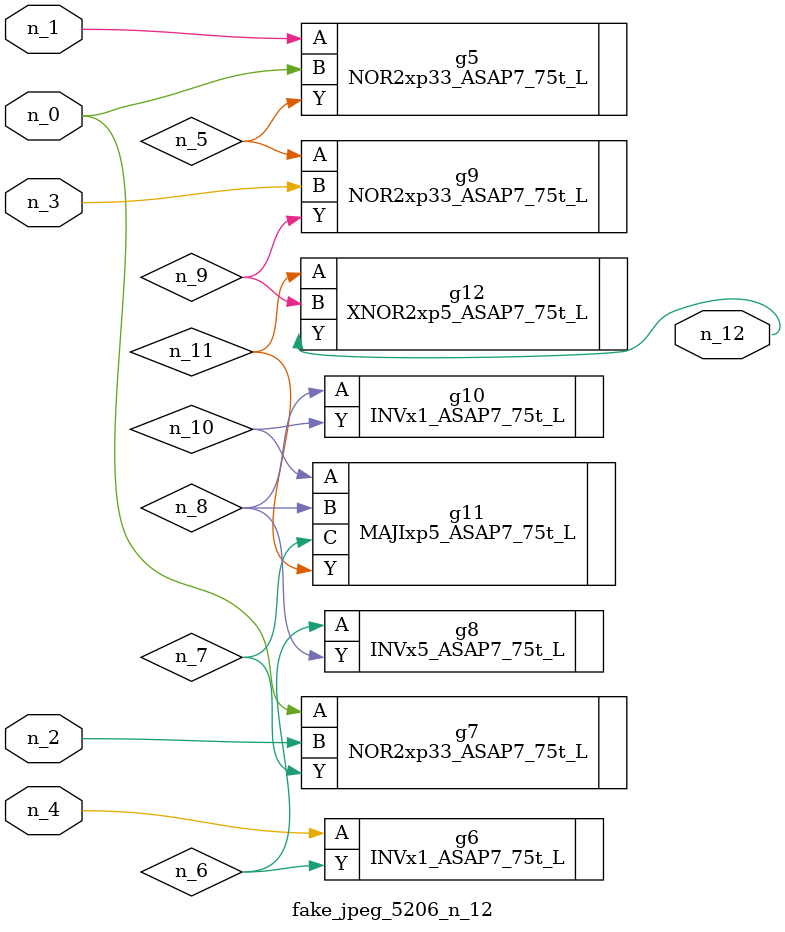
<source format=v>
module fake_jpeg_5206_n_12 (n_3, n_2, n_1, n_0, n_4, n_12);

input n_3;
input n_2;
input n_1;
input n_0;
input n_4;

output n_12;

wire n_11;
wire n_10;
wire n_8;
wire n_9;
wire n_6;
wire n_5;
wire n_7;

NOR2xp33_ASAP7_75t_L g5 ( 
.A(n_1),
.B(n_0),
.Y(n_5)
);

INVx1_ASAP7_75t_L g6 ( 
.A(n_4),
.Y(n_6)
);

NOR2xp33_ASAP7_75t_L g7 ( 
.A(n_0),
.B(n_2),
.Y(n_7)
);

INVx5_ASAP7_75t_L g8 ( 
.A(n_6),
.Y(n_8)
);

INVx1_ASAP7_75t_L g10 ( 
.A(n_8),
.Y(n_10)
);

NOR2xp33_ASAP7_75t_L g9 ( 
.A(n_5),
.B(n_3),
.Y(n_9)
);

MAJIxp5_ASAP7_75t_L g11 ( 
.A(n_10),
.B(n_8),
.C(n_7),
.Y(n_11)
);

XNOR2xp5_ASAP7_75t_L g12 ( 
.A(n_11),
.B(n_9),
.Y(n_12)
);


endmodule
</source>
